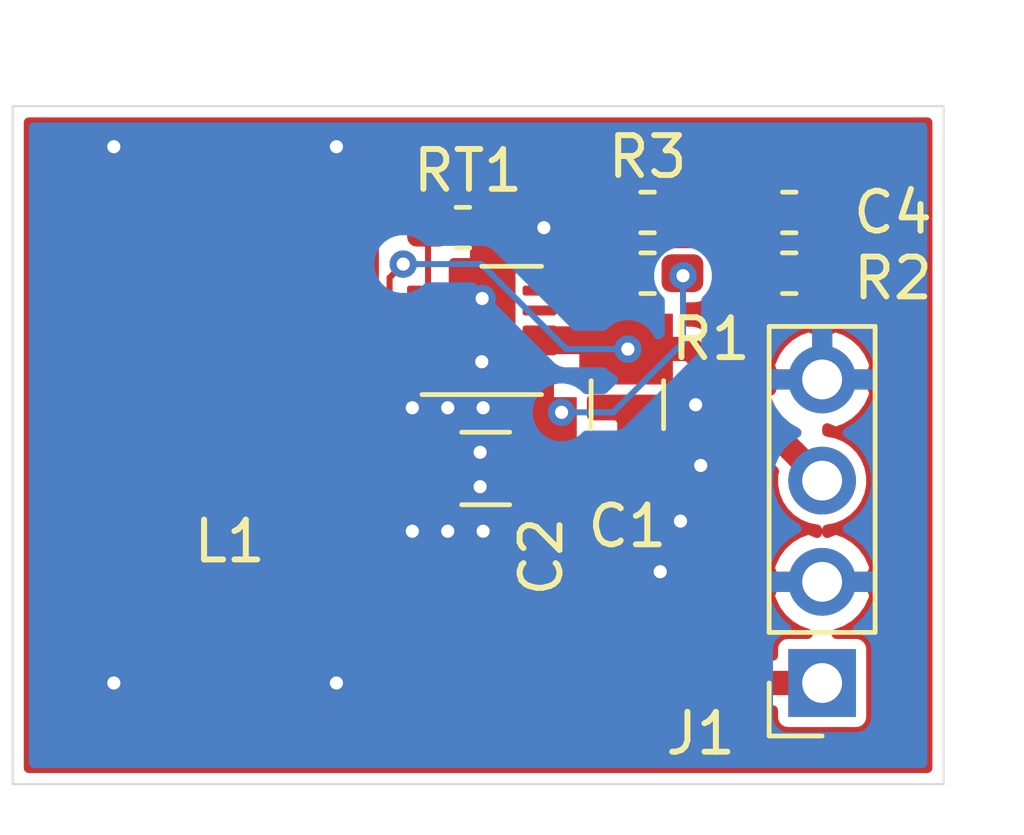
<source format=kicad_pcb>
(kicad_pcb (version 20171130) (host pcbnew 5.1.6-c6e7f7d~87~ubuntu18.04.1)

  (general
    (thickness 1.6)
    (drawings 4)
    (tracks 66)
    (zones 0)
    (modules 10)
    (nets 9)
  )

  (page A4)
  (layers
    (0 F.Cu signal)
    (31 B.Cu signal)
    (32 B.Adhes user)
    (33 F.Adhes user)
    (34 B.Paste user)
    (35 F.Paste user)
    (36 B.SilkS user)
    (37 F.SilkS user)
    (38 B.Mask user)
    (39 F.Mask user)
    (40 Dwgs.User user hide)
    (41 Cmts.User user)
    (42 Eco1.User user)
    (43 Eco2.User user)
    (44 Edge.Cuts user)
    (45 Margin user)
    (46 B.CrtYd user)
    (47 F.CrtYd user)
    (48 B.Fab user)
    (49 F.Fab user hide)
  )

  (setup
    (last_trace_width 0.1524)
    (user_trace_width 0.3048)
    (user_trace_width 0.6096)
    (trace_clearance 0.1524)
    (zone_clearance 0.127)
    (zone_45_only no)
    (trace_min 0.1524)
    (via_size 0.6858)
    (via_drill 0.3302)
    (via_min_size 0.6858)
    (via_min_drill 0.3302)
    (uvia_size 0.3)
    (uvia_drill 0.1)
    (uvias_allowed no)
    (uvia_min_size 0.2)
    (uvia_min_drill 0.1)
    (edge_width 0.05)
    (segment_width 0.2)
    (pcb_text_width 0.3)
    (pcb_text_size 1.5 1.5)
    (mod_edge_width 0.12)
    (mod_text_size 1 1)
    (mod_text_width 0.15)
    (pad_size 1.524 1.524)
    (pad_drill 0.762)
    (pad_to_mask_clearance 0.0508)
    (aux_axis_origin 0 0)
    (visible_elements FFFFFF7F)
    (pcbplotparams
      (layerselection 0x010fc_ffffffff)
      (usegerberextensions false)
      (usegerberattributes true)
      (usegerberadvancedattributes true)
      (creategerberjobfile true)
      (excludeedgelayer true)
      (linewidth 0.100000)
      (plotframeref false)
      (viasonmask false)
      (mode 1)
      (useauxorigin false)
      (hpglpennumber 1)
      (hpglpenspeed 20)
      (hpglpendiameter 15.000000)
      (psnegative false)
      (psa4output false)
      (plotreference true)
      (plotvalue true)
      (plotinvisibletext false)
      (padsonsilk false)
      (subtractmaskfromsilk false)
      (outputformat 1)
      (mirror false)
      (drillshape 1)
      (scaleselection 1)
      (outputdirectory ""))
  )

  (net 0 "")
  (net 1 +BATT)
  (net 2 GND)
  (net 3 +3V3)
  (net 4 "Net-(C4-Pad2)")
  (net 5 "Net-(C4-Pad1)")
  (net 6 "Net-(L1-Pad1)")
  (net 7 "Net-(R3-Pad2)")
  (net 8 "Net-(RT1-Pad1)")

  (net_class Default "This is the default net class."
    (clearance 0.1524)
    (trace_width 0.1524)
    (via_dia 0.6858)
    (via_drill 0.3302)
    (uvia_dia 0.3)
    (uvia_drill 0.1)
    (add_net +3V3)
    (add_net +BATT)
    (add_net GND)
    (add_net "Net-(C4-Pad1)")
    (add_net "Net-(C4-Pad2)")
    (add_net "Net-(L1-Pad1)")
    (add_net "Net-(R3-Pad2)")
    (add_net "Net-(RT1-Pad1)")
  )

  (module Connector_PinSocket_2.54mm:PinSocket_1x04_P2.54mm_Vertical (layer F.Cu) (tedit 5A19A429) (tstamp 5F6BA31A)
    (at 173.99 115.57 180)
    (descr "Through hole straight socket strip, 1x04, 2.54mm pitch, single row (from Kicad 4.0.7), script generated")
    (tags "Through hole socket strip THT 1x04 2.54mm single row")
    (path /5F76521E)
    (fp_text reference J1 (at 3.048 -1.27) (layer F.SilkS)
      (effects (font (size 1 1) (thickness 0.15)))
    )
    (fp_text value Conn_01x04 (at 0 10.39) (layer F.Fab)
      (effects (font (size 1 1) (thickness 0.15)))
    )
    (fp_line (start -1.27 -1.27) (end 0.635 -1.27) (layer F.Fab) (width 0.1))
    (fp_line (start 0.635 -1.27) (end 1.27 -0.635) (layer F.Fab) (width 0.1))
    (fp_line (start 1.27 -0.635) (end 1.27 8.89) (layer F.Fab) (width 0.1))
    (fp_line (start 1.27 8.89) (end -1.27 8.89) (layer F.Fab) (width 0.1))
    (fp_line (start -1.27 8.89) (end -1.27 -1.27) (layer F.Fab) (width 0.1))
    (fp_line (start -1.33 1.27) (end 1.33 1.27) (layer F.SilkS) (width 0.12))
    (fp_line (start -1.33 1.27) (end -1.33 8.95) (layer F.SilkS) (width 0.12))
    (fp_line (start -1.33 8.95) (end 1.33 8.95) (layer F.SilkS) (width 0.12))
    (fp_line (start 1.33 1.27) (end 1.33 8.95) (layer F.SilkS) (width 0.12))
    (fp_line (start 1.33 -1.33) (end 1.33 0) (layer F.SilkS) (width 0.12))
    (fp_line (start 0 -1.33) (end 1.33 -1.33) (layer F.SilkS) (width 0.12))
    (fp_line (start -1.8 -1.8) (end 1.75 -1.8) (layer F.CrtYd) (width 0.05))
    (fp_line (start 1.75 -1.8) (end 1.75 9.4) (layer F.CrtYd) (width 0.05))
    (fp_line (start 1.75 9.4) (end -1.8 9.4) (layer F.CrtYd) (width 0.05))
    (fp_line (start -1.8 9.4) (end -1.8 -1.8) (layer F.CrtYd) (width 0.05))
    (fp_text user %R (at 0 3.81 90) (layer F.Fab)
      (effects (font (size 1 1) (thickness 0.15)))
    )
    (pad 4 thru_hole oval (at 0 7.62 180) (size 1.7 1.7) (drill 1) (layers *.Cu *.Mask)
      (net 2 GND))
    (pad 3 thru_hole oval (at 0 5.08 180) (size 1.7 1.7) (drill 1) (layers *.Cu *.Mask)
      (net 1 +BATT))
    (pad 2 thru_hole oval (at 0 2.54 180) (size 1.7 1.7) (drill 1) (layers *.Cu *.Mask)
      (net 2 GND))
    (pad 1 thru_hole rect (at 0 0 180) (size 1.7 1.7) (drill 1) (layers *.Cu *.Mask)
      (net 3 +3V3))
    (model ${KISYS3DMOD}/Connector_PinSocket_2.54mm.3dshapes/PinSocket_1x04_P2.54mm_Vertical.wrl
      (at (xyz 0 0 0))
      (scale (xyz 1 1 1))
      (rotate (xyz 0 0 0))
    )
  )

  (module Package_DFN_QFN:DFN-10-1EP_3x3mm_P0.5mm_EP1.65x2.38mm (layer F.Cu) (tedit 5DC5F54E) (tstamp 5F6B6F80)
    (at 165.4465 106.72)
    (descr "DFN, 10 Pin (https://www.analog.com/media/en/technical-documentation/data-sheets/3471fb.pdf#page=15), generated with kicad-footprint-generator ipc_noLead_generator.py")
    (tags "DFN NoLead")
    (path /5F6AED89)
    (attr smd)
    (fp_text reference U1 (at -2.3277 -6.136) (layer F.SilkS) hide
      (effects (font (size 1 1) (thickness 0.15)))
    )
    (fp_text value LTC3440EDD (at 0 2.45) (layer F.Fab)
      (effects (font (size 1 1) (thickness 0.15)))
    )
    (fp_line (start 0 -1.61) (end 1.5 -1.61) (layer F.SilkS) (width 0.12))
    (fp_line (start -1.5 1.61) (end 1.5 1.61) (layer F.SilkS) (width 0.12))
    (fp_line (start -0.75 -1.5) (end 1.5 -1.5) (layer F.Fab) (width 0.1))
    (fp_line (start 1.5 -1.5) (end 1.5 1.5) (layer F.Fab) (width 0.1))
    (fp_line (start 1.5 1.5) (end -1.5 1.5) (layer F.Fab) (width 0.1))
    (fp_line (start -1.5 1.5) (end -1.5 -0.75) (layer F.Fab) (width 0.1))
    (fp_line (start -1.5 -0.75) (end -0.75 -1.5) (layer F.Fab) (width 0.1))
    (fp_line (start -2.12 -1.75) (end -2.12 1.75) (layer F.CrtYd) (width 0.05))
    (fp_line (start -2.12 1.75) (end 2.12 1.75) (layer F.CrtYd) (width 0.05))
    (fp_line (start 2.12 1.75) (end 2.12 -1.75) (layer F.CrtYd) (width 0.05))
    (fp_line (start 2.12 -1.75) (end -2.12 -1.75) (layer F.CrtYd) (width 0.05))
    (fp_text user %R (at 0 0) (layer F.Fab)
      (effects (font (size 0.75 0.75) (thickness 0.11)))
    )
    (pad "" smd roundrect (at 0.41 0.595) (size 0.67 0.96) (layers F.Paste) (roundrect_rratio 0.25))
    (pad "" smd roundrect (at 0.41 -0.595) (size 0.67 0.96) (layers F.Paste) (roundrect_rratio 0.25))
    (pad "" smd roundrect (at -0.41 0.595) (size 0.67 0.96) (layers F.Paste) (roundrect_rratio 0.25))
    (pad "" smd roundrect (at -0.41 -0.595) (size 0.67 0.96) (layers F.Paste) (roundrect_rratio 0.25))
    (pad 11 smd rect (at 0 0) (size 1.65 2.38) (layers F.Cu F.Mask)
      (net 2 GND))
    (pad 10 smd roundrect (at 1.45 -1) (size 0.85 0.25) (layers F.Cu F.Paste F.Mask) (roundrect_rratio 0.25)
      (net 7 "Net-(R3-Pad2)"))
    (pad 9 smd roundrect (at 1.45 -0.5) (size 0.85 0.25) (layers F.Cu F.Paste F.Mask) (roundrect_rratio 0.25)
      (net 4 "Net-(C4-Pad2)"))
    (pad 8 smd roundrect (at 1.45 0) (size 0.85 0.25) (layers F.Cu F.Paste F.Mask) (roundrect_rratio 0.25)
      (net 1 +BATT))
    (pad 7 smd roundrect (at 1.45 0.5) (size 0.85 0.25) (layers F.Cu F.Paste F.Mask) (roundrect_rratio 0.25)
      (net 1 +BATT))
    (pad 6 smd roundrect (at 1.45 1) (size 0.85 0.25) (layers F.Cu F.Paste F.Mask) (roundrect_rratio 0.25)
      (net 3 +3V3))
    (pad 5 smd roundrect (at -1.45 1) (size 0.85 0.25) (layers F.Cu F.Paste F.Mask) (roundrect_rratio 0.25)
      (net 2 GND))
    (pad 4 smd roundrect (at -1.45 0.5) (size 0.85 0.25) (layers F.Cu F.Paste F.Mask) (roundrect_rratio 0.25)
      (net 3 +3V3))
    (pad 3 smd roundrect (at -1.45 0) (size 0.85 0.25) (layers F.Cu F.Paste F.Mask) (roundrect_rratio 0.25)
      (net 6 "Net-(L1-Pad1)"))
    (pad 2 smd roundrect (at -1.45 -0.5) (size 0.85 0.25) (layers F.Cu F.Paste F.Mask) (roundrect_rratio 0.25)
      (net 1 +BATT))
    (pad 1 smd roundrect (at -1.45 -1) (size 0.85 0.25) (layers F.Cu F.Paste F.Mask) (roundrect_rratio 0.25)
      (net 8 "Net-(RT1-Pad1)"))
    (model ${KISYS3DMOD}/Package_DFN_QFN.3dshapes/DFN-10-1EP_3x3mm_P0.5mm_EP1.65x2.38mm.wrl
      (at (xyz 0 0 0))
      (scale (xyz 1 1 1))
      (rotate (xyz 0 0 0))
    )
    (model ${KISYS3DMOD}/Package_DFN_QFN.3dshapes/DFN-10-1EP_3x3mm_P0.5mm_EP1.55x2.48mm.step
      (at (xyz 0 0 0))
      (scale (xyz 1 1 1))
      (rotate (xyz 0 0 0))
    )
  )

  (module Resistor_SMD:R_0603_1608Metric_Pad1.05x0.95mm_HandSolder (layer F.Cu) (tedit 5B301BBD) (tstamp 5F6B6E43)
    (at 164.973 104.14)
    (descr "Resistor SMD 0603 (1608 Metric), square (rectangular) end terminal, IPC_7351 nominal with elongated pad for handsoldering. (Body size source: http://www.tortai-tech.com/upload/download/2011102023233369053.pdf), generated with kicad-footprint-generator")
    (tags "resistor handsolder")
    (path /5F6B5037)
    (attr smd)
    (fp_text reference RT1 (at 0.127 -1.43) (layer F.SilkS)
      (effects (font (size 1 1) (thickness 0.15)))
    )
    (fp_text value 60.4k (at 0 1.43) (layer F.Fab)
      (effects (font (size 1 1) (thickness 0.15)))
    )
    (fp_line (start -0.8 0.4) (end -0.8 -0.4) (layer F.Fab) (width 0.1))
    (fp_line (start -0.8 -0.4) (end 0.8 -0.4) (layer F.Fab) (width 0.1))
    (fp_line (start 0.8 -0.4) (end 0.8 0.4) (layer F.Fab) (width 0.1))
    (fp_line (start 0.8 0.4) (end -0.8 0.4) (layer F.Fab) (width 0.1))
    (fp_line (start -0.171267 -0.51) (end 0.171267 -0.51) (layer F.SilkS) (width 0.12))
    (fp_line (start -0.171267 0.51) (end 0.171267 0.51) (layer F.SilkS) (width 0.12))
    (fp_line (start -1.65 0.73) (end -1.65 -0.73) (layer F.CrtYd) (width 0.05))
    (fp_line (start -1.65 -0.73) (end 1.65 -0.73) (layer F.CrtYd) (width 0.05))
    (fp_line (start 1.65 -0.73) (end 1.65 0.73) (layer F.CrtYd) (width 0.05))
    (fp_line (start 1.65 0.73) (end -1.65 0.73) (layer F.CrtYd) (width 0.05))
    (fp_text user %R (at 0 0) (layer F.Fab)
      (effects (font (size 0.4 0.4) (thickness 0.06)))
    )
    (pad 2 smd roundrect (at 0.875 0) (size 1.05 0.95) (layers F.Cu F.Paste F.Mask) (roundrect_rratio 0.25)
      (net 2 GND))
    (pad 1 smd roundrect (at -0.875 0) (size 1.05 0.95) (layers F.Cu F.Paste F.Mask) (roundrect_rratio 0.25)
      (net 8 "Net-(RT1-Pad1)"))
    (model ${KISYS3DMOD}/Resistor_SMD.3dshapes/R_0603_1608Metric.wrl
      (at (xyz 0 0 0))
      (scale (xyz 1 1 1))
      (rotate (xyz 0 0 0))
    )
  )

  (module Resistor_SMD:R_0603_1608Metric_Pad1.05x0.95mm_HandSolder (layer F.Cu) (tedit 5B301BBD) (tstamp 5F6B6FF0)
    (at 169.6085 103.759 180)
    (descr "Resistor SMD 0603 (1608 Metric), square (rectangular) end terminal, IPC_7351 nominal with elongated pad for handsoldering. (Body size source: http://www.tortai-tech.com/upload/download/2011102023233369053.pdf), generated with kicad-footprint-generator")
    (tags "resistor handsolder")
    (path /5F6B5F11)
    (attr smd)
    (fp_text reference R3 (at 0 1.397 180) (layer F.SilkS)
      (effects (font (size 1 1) (thickness 0.15)))
    )
    (fp_text value 15k (at 0 1.43) (layer F.Fab)
      (effects (font (size 1 1) (thickness 0.15)))
    )
    (fp_line (start -0.8 0.4) (end -0.8 -0.4) (layer F.Fab) (width 0.1))
    (fp_line (start -0.8 -0.4) (end 0.8 -0.4) (layer F.Fab) (width 0.1))
    (fp_line (start 0.8 -0.4) (end 0.8 0.4) (layer F.Fab) (width 0.1))
    (fp_line (start 0.8 0.4) (end -0.8 0.4) (layer F.Fab) (width 0.1))
    (fp_line (start -0.171267 -0.51) (end 0.171267 -0.51) (layer F.SilkS) (width 0.12))
    (fp_line (start -0.171267 0.51) (end 0.171267 0.51) (layer F.SilkS) (width 0.12))
    (fp_line (start -1.65 0.73) (end -1.65 -0.73) (layer F.CrtYd) (width 0.05))
    (fp_line (start -1.65 -0.73) (end 1.65 -0.73) (layer F.CrtYd) (width 0.05))
    (fp_line (start 1.65 -0.73) (end 1.65 0.73) (layer F.CrtYd) (width 0.05))
    (fp_line (start 1.65 0.73) (end -1.65 0.73) (layer F.CrtYd) (width 0.05))
    (fp_text user %R (at 0 0) (layer F.Fab)
      (effects (font (size 0.4 0.4) (thickness 0.06)))
    )
    (pad 2 smd roundrect (at 0.875 0 180) (size 1.05 0.95) (layers F.Cu F.Paste F.Mask) (roundrect_rratio 0.25)
      (net 7 "Net-(R3-Pad2)"))
    (pad 1 smd roundrect (at -0.875 0 180) (size 1.05 0.95) (layers F.Cu F.Paste F.Mask) (roundrect_rratio 0.25)
      (net 5 "Net-(C4-Pad1)"))
    (model ${KISYS3DMOD}/Resistor_SMD.3dshapes/R_0603_1608Metric.wrl
      (at (xyz 0 0 0))
      (scale (xyz 1 1 1))
      (rotate (xyz 0 0 0))
    )
  )

  (module Resistor_SMD:R_0603_1608Metric_Pad1.05x0.95mm_HandSolder (layer F.Cu) (tedit 5B301BBD) (tstamp 5F6B6EE2)
    (at 173.1645 105.283)
    (descr "Resistor SMD 0603 (1608 Metric), square (rectangular) end terminal, IPC_7351 nominal with elongated pad for handsoldering. (Body size source: http://www.tortai-tech.com/upload/download/2011102023233369053.pdf), generated with kicad-footprint-generator")
    (tags "resistor handsolder")
    (path /5F6B5CEC)
    (attr smd)
    (fp_text reference R2 (at 2.6035 0.127) (layer F.SilkS)
      (effects (font (size 1 1) (thickness 0.15)))
    )
    (fp_text value 200k (at 0 1.43) (layer F.Fab)
      (effects (font (size 1 1) (thickness 0.15)))
    )
    (fp_line (start -0.8 0.4) (end -0.8 -0.4) (layer F.Fab) (width 0.1))
    (fp_line (start -0.8 -0.4) (end 0.8 -0.4) (layer F.Fab) (width 0.1))
    (fp_line (start 0.8 -0.4) (end 0.8 0.4) (layer F.Fab) (width 0.1))
    (fp_line (start 0.8 0.4) (end -0.8 0.4) (layer F.Fab) (width 0.1))
    (fp_line (start -0.171267 -0.51) (end 0.171267 -0.51) (layer F.SilkS) (width 0.12))
    (fp_line (start -0.171267 0.51) (end 0.171267 0.51) (layer F.SilkS) (width 0.12))
    (fp_line (start -1.65 0.73) (end -1.65 -0.73) (layer F.CrtYd) (width 0.05))
    (fp_line (start -1.65 -0.73) (end 1.65 -0.73) (layer F.CrtYd) (width 0.05))
    (fp_line (start 1.65 -0.73) (end 1.65 0.73) (layer F.CrtYd) (width 0.05))
    (fp_line (start 1.65 0.73) (end -1.65 0.73) (layer F.CrtYd) (width 0.05))
    (fp_text user %R (at 0 0) (layer F.Fab)
      (effects (font (size 0.4 0.4) (thickness 0.06)))
    )
    (pad 2 smd roundrect (at 0.875 0) (size 1.05 0.95) (layers F.Cu F.Paste F.Mask) (roundrect_rratio 0.25)
      (net 2 GND))
    (pad 1 smd roundrect (at -0.875 0) (size 1.05 0.95) (layers F.Cu F.Paste F.Mask) (roundrect_rratio 0.25)
      (net 4 "Net-(C4-Pad2)"))
    (model ${KISYS3DMOD}/Resistor_SMD.3dshapes/R_0603_1608Metric.wrl
      (at (xyz 0 0 0))
      (scale (xyz 1 1 1))
      (rotate (xyz 0 0 0))
    )
  )

  (module Resistor_SMD:R_0603_1608Metric_Pad1.05x0.95mm_HandSolder (layer F.Cu) (tedit 5B301BBD) (tstamp 5F6B6EAF)
    (at 169.6085 105.283 180)
    (descr "Resistor SMD 0603 (1608 Metric), square (rectangular) end terminal, IPC_7351 nominal with elongated pad for handsoldering. (Body size source: http://www.tortai-tech.com/upload/download/2011102023233369053.pdf), generated with kicad-footprint-generator")
    (tags "resistor handsolder")
    (path /5F6B5492)
    (attr smd)
    (fp_text reference R1 (at -1.5875 -1.651 180) (layer F.SilkS)
      (effects (font (size 1 1) (thickness 0.15)))
    )
    (fp_text value 340k (at 0 1.43) (layer F.Fab)
      (effects (font (size 1 1) (thickness 0.15)))
    )
    (fp_line (start -0.8 0.4) (end -0.8 -0.4) (layer F.Fab) (width 0.1))
    (fp_line (start -0.8 -0.4) (end 0.8 -0.4) (layer F.Fab) (width 0.1))
    (fp_line (start 0.8 -0.4) (end 0.8 0.4) (layer F.Fab) (width 0.1))
    (fp_line (start 0.8 0.4) (end -0.8 0.4) (layer F.Fab) (width 0.1))
    (fp_line (start -0.171267 -0.51) (end 0.171267 -0.51) (layer F.SilkS) (width 0.12))
    (fp_line (start -0.171267 0.51) (end 0.171267 0.51) (layer F.SilkS) (width 0.12))
    (fp_line (start -1.65 0.73) (end -1.65 -0.73) (layer F.CrtYd) (width 0.05))
    (fp_line (start -1.65 -0.73) (end 1.65 -0.73) (layer F.CrtYd) (width 0.05))
    (fp_line (start 1.65 -0.73) (end 1.65 0.73) (layer F.CrtYd) (width 0.05))
    (fp_line (start 1.65 0.73) (end -1.65 0.73) (layer F.CrtYd) (width 0.05))
    (fp_text user %R (at 0 0) (layer F.Fab)
      (effects (font (size 0.4 0.4) (thickness 0.06)))
    )
    (pad 2 smd roundrect (at 0.875 0 180) (size 1.05 0.95) (layers F.Cu F.Paste F.Mask) (roundrect_rratio 0.25)
      (net 4 "Net-(C4-Pad2)"))
    (pad 1 smd roundrect (at -0.875 0 180) (size 1.05 0.95) (layers F.Cu F.Paste F.Mask) (roundrect_rratio 0.25)
      (net 3 +3V3))
    (model ${KISYS3DMOD}/Resistor_SMD.3dshapes/R_0603_1608Metric.wrl
      (at (xyz 0 0 0))
      (scale (xyz 1 1 1))
      (rotate (xyz 0 0 0))
    )
  )

  (module ltc3440:L_Sumida-CDRH6D38 (layer F.Cu) (tedit 5F6AF09D) (tstamp 5F6B6FC8)
    (at 159.0548 107.061 90)
    (path /5F6B38BC)
    (fp_text reference L1 (at -4.953 0.0635 180) (layer F.SilkS)
      (effects (font (size 1 1) (thickness 0.15)))
    )
    (fp_text value 10uH (at 0 -0.5 90) (layer F.Fab)
      (effects (font (size 1 1) (thickness 0.15)))
    )
    (fp_circle (center 0 0) (end 2.7 0) (layer F.Fab) (width 0.12))
    (fp_line (start -3.95 -3.95) (end 3.9 -3.95) (layer F.CrtYd) (width 0.12))
    (fp_line (start 3.9 3.95) (end 3.9 -3.95) (layer F.CrtYd) (width 0.12))
    (fp_line (start -3.95 3.95) (end 3.9 3.95) (layer F.CrtYd) (width 0.12))
    (fp_line (start -3.5 -3.8) (end 3.5 -3.8) (layer B.Paste) (width 0.12))
    (fp_line (start -3.95 3.95) (end -3.95 -3.95) (layer F.CrtYd) (width 0.12))
    (fp_line (start -3.5 3.8) (end 3.5 3.8) (layer B.Paste) (width 0.12))
    (pad 1 smd rect (at 2.325 0 90) (size 2.65 7.3) (layers F.Cu F.Paste F.Mask)
      (net 6 "Net-(L1-Pad1)"))
    (pad 2 smd rect (at -2.325 0 90) (size 2.65 7.3) (layers F.Cu F.Paste F.Mask)
      (net 3 +3V3))
    (model ${KIPRJMOD}/3d/L_Sumida-CDRH6D38NP_7_7_38.step
      (at (xyz 0 0 0))
      (scale (xyz 1 1 1))
      (rotate (xyz 0 0 0))
    )
  )

  (module Capacitor_SMD:C_0603_1608Metric_Pad1.05x0.95mm_HandSolder (layer F.Cu) (tedit 5B301BBE) (tstamp 5F6B6F12)
    (at 173.1645 103.759)
    (descr "Capacitor SMD 0603 (1608 Metric), square (rectangular) end terminal, IPC_7351 nominal with elongated pad for handsoldering. (Body size source: http://www.tortai-tech.com/upload/download/2011102023233369053.pdf), generated with kicad-footprint-generator")
    (tags "capacitor handsolder")
    (path /5F6B726C)
    (attr smd)
    (fp_text reference C4 (at 2.6035 0) (layer F.SilkS)
      (effects (font (size 1 1) (thickness 0.15)))
    )
    (fp_text value 150pF (at 0 1.43) (layer F.Fab)
      (effects (font (size 1 1) (thickness 0.15)))
    )
    (fp_line (start -0.8 0.4) (end -0.8 -0.4) (layer F.Fab) (width 0.1))
    (fp_line (start -0.8 -0.4) (end 0.8 -0.4) (layer F.Fab) (width 0.1))
    (fp_line (start 0.8 -0.4) (end 0.8 0.4) (layer F.Fab) (width 0.1))
    (fp_line (start 0.8 0.4) (end -0.8 0.4) (layer F.Fab) (width 0.1))
    (fp_line (start -0.171267 -0.51) (end 0.171267 -0.51) (layer F.SilkS) (width 0.12))
    (fp_line (start -0.171267 0.51) (end 0.171267 0.51) (layer F.SilkS) (width 0.12))
    (fp_line (start -1.65 0.73) (end -1.65 -0.73) (layer F.CrtYd) (width 0.05))
    (fp_line (start -1.65 -0.73) (end 1.65 -0.73) (layer F.CrtYd) (width 0.05))
    (fp_line (start 1.65 -0.73) (end 1.65 0.73) (layer F.CrtYd) (width 0.05))
    (fp_line (start 1.65 0.73) (end -1.65 0.73) (layer F.CrtYd) (width 0.05))
    (fp_text user %R (at 0 0) (layer F.Fab)
      (effects (font (size 0.4 0.4) (thickness 0.06)))
    )
    (pad 2 smd roundrect (at 0.875 0) (size 1.05 0.95) (layers F.Cu F.Paste F.Mask) (roundrect_rratio 0.25)
      (net 4 "Net-(C4-Pad2)"))
    (pad 1 smd roundrect (at -0.875 0) (size 1.05 0.95) (layers F.Cu F.Paste F.Mask) (roundrect_rratio 0.25)
      (net 5 "Net-(C4-Pad1)"))
    (model ${KISYS3DMOD}/Capacitor_SMD.3dshapes/C_0603_1608Metric.wrl
      (at (xyz 0 0 0))
      (scale (xyz 1 1 1))
      (rotate (xyz 0 0 0))
    )
  )

  (module Capacitor_SMD:C_1206_3216Metric (layer F.Cu) (tedit 5B301BBE) (tstamp 5F6B6E7F)
    (at 165.5445 110.1852 180)
    (descr "Capacitor SMD 1206 (3216 Metric), square (rectangular) end terminal, IPC_7351 nominal, (Body size source: http://www.tortai-tech.com/upload/download/2011102023233369053.pdf), generated with kicad-footprint-generator")
    (tags capacitor)
    (path /5F6B6FD3)
    (attr smd)
    (fp_text reference C2 (at -1.397 -2.2098 90) (layer F.SilkS)
      (effects (font (size 1 1) (thickness 0.15)))
    )
    (fp_text value 22uF (at 0 1.82) (layer F.Fab)
      (effects (font (size 1 1) (thickness 0.15)))
    )
    (fp_line (start -1.6 0.8) (end -1.6 -0.8) (layer F.Fab) (width 0.1))
    (fp_line (start -1.6 -0.8) (end 1.6 -0.8) (layer F.Fab) (width 0.1))
    (fp_line (start 1.6 -0.8) (end 1.6 0.8) (layer F.Fab) (width 0.1))
    (fp_line (start 1.6 0.8) (end -1.6 0.8) (layer F.Fab) (width 0.1))
    (fp_line (start -0.602064 -0.91) (end 0.602064 -0.91) (layer F.SilkS) (width 0.12))
    (fp_line (start -0.602064 0.91) (end 0.602064 0.91) (layer F.SilkS) (width 0.12))
    (fp_line (start -2.28 1.12) (end -2.28 -1.12) (layer F.CrtYd) (width 0.05))
    (fp_line (start -2.28 -1.12) (end 2.28 -1.12) (layer F.CrtYd) (width 0.05))
    (fp_line (start 2.28 -1.12) (end 2.28 1.12) (layer F.CrtYd) (width 0.05))
    (fp_line (start 2.28 1.12) (end -2.28 1.12) (layer F.CrtYd) (width 0.05))
    (fp_text user %R (at 0 0) (layer F.Fab)
      (effects (font (size 0.8 0.8) (thickness 0.12)))
    )
    (pad 2 smd roundrect (at 1.4 0 180) (size 1.25 1.75) (layers F.Cu F.Paste F.Mask) (roundrect_rratio 0.2)
      (net 2 GND))
    (pad 1 smd roundrect (at -1.4 0 180) (size 1.25 1.75) (layers F.Cu F.Paste F.Mask) (roundrect_rratio 0.2)
      (net 3 +3V3))
    (model ${KISYS3DMOD}/Capacitor_SMD.3dshapes/C_1206_3216Metric.wrl
      (at (xyz 0 0 0))
      (scale (xyz 1 1 1))
      (rotate (xyz 0 0 0))
    )
  )

  (module Capacitor_SMD:C_1206_3216Metric (layer F.Cu) (tedit 5B301BBE) (tstamp 5F6B6F42)
    (at 169.1005 108.585 90)
    (descr "Capacitor SMD 1206 (3216 Metric), square (rectangular) end terminal, IPC_7351 nominal, (Body size source: http://www.tortai-tech.com/upload/download/2011102023233369053.pdf), generated with kicad-footprint-generator")
    (tags capacitor)
    (path /5F6B880E)
    (attr smd)
    (fp_text reference C1 (at -3.048 0 180) (layer F.SilkS)
      (effects (font (size 1 1) (thickness 0.15)))
    )
    (fp_text value 10uF (at 0 1.82 90) (layer F.Fab)
      (effects (font (size 1 1) (thickness 0.15)))
    )
    (fp_line (start -1.6 0.8) (end -1.6 -0.8) (layer F.Fab) (width 0.1))
    (fp_line (start -1.6 -0.8) (end 1.6 -0.8) (layer F.Fab) (width 0.1))
    (fp_line (start 1.6 -0.8) (end 1.6 0.8) (layer F.Fab) (width 0.1))
    (fp_line (start 1.6 0.8) (end -1.6 0.8) (layer F.Fab) (width 0.1))
    (fp_line (start -0.602064 -0.91) (end 0.602064 -0.91) (layer F.SilkS) (width 0.12))
    (fp_line (start -0.602064 0.91) (end 0.602064 0.91) (layer F.SilkS) (width 0.12))
    (fp_line (start -2.28 1.12) (end -2.28 -1.12) (layer F.CrtYd) (width 0.05))
    (fp_line (start -2.28 -1.12) (end 2.28 -1.12) (layer F.CrtYd) (width 0.05))
    (fp_line (start 2.28 -1.12) (end 2.28 1.12) (layer F.CrtYd) (width 0.05))
    (fp_line (start 2.28 1.12) (end -2.28 1.12) (layer F.CrtYd) (width 0.05))
    (fp_text user %R (at 0 0 90) (layer F.Fab)
      (effects (font (size 0.8 0.8) (thickness 0.12)))
    )
    (pad 2 smd roundrect (at 1.4 0 90) (size 1.25 1.75) (layers F.Cu F.Paste F.Mask) (roundrect_rratio 0.2)
      (net 1 +BATT))
    (pad 1 smd roundrect (at -1.4 0 90) (size 1.25 1.75) (layers F.Cu F.Paste F.Mask) (roundrect_rratio 0.2)
      (net 2 GND))
    (model ${KISYS3DMOD}/Capacitor_SMD.3dshapes/C_1206_3216Metric.wrl
      (at (xyz 0 0 0))
      (scale (xyz 1 1 1))
      (rotate (xyz 0 0 0))
    )
  )

  (gr_line (start 153.67 118.11) (end 153.67 101.092) (layer Edge.Cuts) (width 0.05) (tstamp 5F6B6221))
  (gr_line (start 177.038 118.11) (end 153.67 118.11) (layer Edge.Cuts) (width 0.05) (tstamp 5F6B6E6A))
  (gr_line (start 177.038 101.092) (end 177.038 118.11) (layer Edge.Cuts) (width 0.05))
  (gr_line (start 153.67 101.092) (end 177.038 101.092) (layer Edge.Cuts) (width 0.05))

  (via (at 169.1132 107.188) (size 0.6858) (drill 0.3302) (layers F.Cu B.Cu) (net 1))
  (segment (start 170.685 107.185) (end 173.99 110.49) (width 0.6096) (layer F.Cu) (net 1))
  (segment (start 169.1005 107.185) (end 170.685 107.185) (width 0.6096) (layer F.Cu) (net 1))
  (via (at 165.4465 107.5055) (size 0.6858) (drill 0.3302) (layers F.Cu B.Cu) (net 2) (tstamp 5F6B7997))
  (via (at 169.926 112.776) (size 0.6858) (drill 0.3302) (layers F.Cu B.Cu) (net 2) (tstamp 5F6B7DD1))
  (segment (start 165.1536 106.22) (end 165.4556 105.918) (width 0.3048) (layer F.Cu) (net 2))
  (segment (start 165.4465 105.9271) (end 165.4556 105.918) (width 0.3048) (layer F.Cu) (net 2))
  (segment (start 165.848 105.5256) (end 165.4556 105.918) (width 0.3048) (layer F.Cu) (net 2))
  (segment (start 165.848 104.14) (end 165.848 105.5256) (width 0.3048) (layer F.Cu) (net 2))
  (via (at 170.942 110.109) (size 0.6858) (drill 0.3302) (layers F.Cu B.Cu) (net 2) (tstamp 5F6B7F7B))
  (via (at 165.4556 105.918) (size 0.6858) (drill 0.3302) (layers F.Cu B.Cu) (net 2) (tstamp 5F6B7A50))
  (segment (start 165.232 107.72) (end 165.4465 107.5055) (width 0.3048) (layer F.Cu) (net 2))
  (segment (start 163.9965 107.72) (end 165.232 107.72) (width 0.3048) (layer F.Cu) (net 2))
  (via (at 163.703 108.6612) (size 0.6858) (drill 0.3302) (layers F.Cu B.Cu) (net 2))
  (via (at 164.592 108.6612) (size 0.6858) (drill 0.3302) (layers F.Cu B.Cu) (net 2))
  (via (at 165.481 108.6612) (size 0.6858) (drill 0.3302) (layers F.Cu B.Cu) (net 2))
  (via (at 165.4048 109.7788) (size 0.6858) (drill 0.3302) (layers F.Cu B.Cu) (net 2))
  (via (at 165.4048 110.6424) (size 0.6858) (drill 0.3302) (layers F.Cu B.Cu) (net 2) (tstamp 5F6B88AE))
  (via (at 165.481 111.76) (size 0.6858) (drill 0.3302) (layers F.Cu B.Cu) (net 2) (tstamp 5F6B9130))
  (via (at 164.592 111.76) (size 0.6858) (drill 0.3302) (layers F.Cu B.Cu) (net 2) (tstamp 5F6B9143))
  (via (at 163.703 111.76) (size 0.6858) (drill 0.3302) (layers F.Cu B.Cu) (net 2) (tstamp 5F6B9146))
  (via (at 156.21 102.108) (size 0.6858) (drill 0.3302) (layers F.Cu B.Cu) (net 2) (tstamp 5F6B9363))
  (via (at 161.798 102.108) (size 0.6858) (drill 0.3302) (layers F.Cu B.Cu) (net 2) (tstamp 5F6B9365))
  (via (at 170.434 111.506) (size 0.6858) (drill 0.3302) (layers F.Cu B.Cu) (net 2) (tstamp 5F6B9759))
  (via (at 170.815 108.585) (size 0.6858) (drill 0.3302) (layers F.Cu B.Cu) (net 2) (tstamp 5F6B975B))
  (segment (start 170.818 109.985) (end 170.942 110.109) (width 0.6096) (layer F.Cu) (net 2))
  (segment (start 169.1005 109.985) (end 170.818 109.985) (width 0.6096) (layer F.Cu) (net 2))
  (via (at 161.798 115.57) (size 0.6858) (drill 0.3302) (layers F.Cu B.Cu) (net 2) (tstamp 5F6BACA9))
  (via (at 156.21 115.57) (size 0.6858) (drill 0.3302) (layers F.Cu B.Cu) (net 2) (tstamp 5F6BACAA))
  (segment (start 167.005 104.14) (end 165.848 104.14) (width 0.3048) (layer F.Cu) (net 2))
  (via (at 167.005 104.14) (size 0.6858) (drill 0.3302) (layers F.Cu B.Cu) (net 2))
  (via (at 163.4744 105.0544) (size 0.6858) (drill 0.3302) (layers F.Cu B.Cu) (net 1))
  (segment (start 163.131501 105.829101) (end 163.131501 105.397299) (width 0.1524) (layer F.Cu) (net 1))
  (segment (start 163.6474 106.345) (end 163.131501 105.829101) (width 0.1524) (layer F.Cu) (net 1))
  (segment (start 163.8715 106.345) (end 163.6474 106.345) (width 0.1524) (layer F.Cu) (net 1))
  (segment (start 163.131501 105.397299) (end 163.4744 105.0544) (width 0.1524) (layer F.Cu) (net 1))
  (segment (start 163.9965 106.22) (end 163.8715 106.345) (width 0.1524) (layer F.Cu) (net 1))
  (segment (start 167.571422 107.188) (end 169.1132 107.188) (width 0.1524) (layer B.Cu) (net 1))
  (segment (start 165.437822 105.0544) (end 167.571422 107.188) (width 0.1524) (layer B.Cu) (net 1))
  (segment (start 163.4744 105.0544) (end 165.437822 105.0544) (width 0.1524) (layer B.Cu) (net 1))
  (via (at 167.4495 108.7755) (size 0.6858) (drill 0.3302) (layers F.Cu B.Cu) (net 3))
  (via (at 170.4975 105.3465) (size 0.6858) (drill 0.3302) (layers F.Cu B.Cu) (net 3) (tstamp 5F6BA598))
  (segment (start 166.9445 111.0602) (end 171.4543 115.57) (width 0.6096) (layer F.Cu) (net 3))
  (segment (start 171.4543 115.57) (end 173.99 115.57) (width 0.6096) (layer F.Cu) (net 3))
  (segment (start 166.9445 110.1852) (end 166.9445 111.0602) (width 0.6096) (layer F.Cu) (net 3))
  (segment (start 168.7449 108.7755) (end 167.4495 108.7755) (width 0.1524) (layer B.Cu) (net 3))
  (segment (start 170.4975 105.3465) (end 170.4975 107.0229) (width 0.1524) (layer B.Cu) (net 3))
  (segment (start 170.4975 107.0229) (end 168.7449 108.7755) (width 0.1524) (layer B.Cu) (net 3))
  (segment (start 167.7965 106.22) (end 166.8965 106.22) (width 0.1524) (layer F.Cu) (net 4))
  (segment (start 168.7335 105.283) (end 167.7965 106.22) (width 0.1524) (layer F.Cu) (net 4))
  (segment (start 169.43711 104.57939) (end 168.7335 105.283) (width 0.1524) (layer F.Cu) (net 4))
  (segment (start 171.58589 104.57939) (end 169.43711 104.57939) (width 0.1524) (layer F.Cu) (net 4))
  (segment (start 172.2895 105.283) (end 171.58589 104.57939) (width 0.1524) (layer F.Cu) (net 4))
  (segment (start 173.228 104.648) (end 172.593 105.283) (width 0.1524) (layer F.Cu) (net 4))
  (segment (start 172.593 105.283) (end 172.2895 105.283) (width 0.1524) (layer F.Cu) (net 4))
  (segment (start 173.228 104.267) (end 173.228 104.648) (width 0.1524) (layer F.Cu) (net 4))
  (segment (start 174.0395 103.759) (end 173.736 103.759) (width 0.1524) (layer F.Cu) (net 4))
  (segment (start 173.736 103.759) (end 173.228 104.267) (width 0.1524) (layer F.Cu) (net 4))
  (segment (start 172.2895 103.759) (end 170.4835 103.759) (width 0.1524) (layer F.Cu) (net 5))
  (segment (start 166.8965 105.72) (end 167.33 105.72) (width 0.1524) (layer F.Cu) (net 7))
  (segment (start 167.33 105.72) (end 167.703501 105.346499) (width 0.1524) (layer F.Cu) (net 7))
  (segment (start 167.703501 105.346499) (end 167.703501 104.076499) (width 0.1524) (layer F.Cu) (net 7))
  (segment (start 168.021 103.759) (end 168.7335 103.759) (width 0.1524) (layer F.Cu) (net 7))
  (segment (start 167.703501 104.076499) (end 168.021 103.759) (width 0.1524) (layer F.Cu) (net 7))
  (segment (start 164.098 105.6185) (end 163.9965 105.72) (width 0.1524) (layer F.Cu) (net 8))
  (segment (start 164.098 104.14) (end 164.098 105.6185) (width 0.1524) (layer F.Cu) (net 8))

  (zone (net 2) (net_name GND) (layer F.Cu) (tstamp 5F6B6E67) (hatch edge 0.508)
    (connect_pads (clearance 0.254))
    (min_thickness 0.254)
    (fill yes (arc_segments 32) (thermal_gap 0.381) (thermal_bridge_width 0.508))
    (polygon
      (pts
        (xy 179.07 119.38) (xy 153.67 119.38) (xy 153.3525 98.425) (xy 178.7525 98.425)
      )
    )
    (filled_polygon
      (pts
        (xy 176.632001 117.704) (xy 154.076 117.704) (xy 154.076 103.124) (xy 154.8765 103.124) (xy 154.8765 106.807)
        (xy 154.883821 106.881329) (xy 154.905502 106.952802) (xy 154.912423 106.96575) (xy 154.905502 106.978698) (xy 154.883821 107.050171)
        (xy 154.8765 107.1245) (xy 154.8765 114.7445) (xy 154.883821 114.818829) (xy 154.905502 114.890302) (xy 154.94071 114.956172)
        (xy 154.988092 115.013908) (xy 155.045828 115.06129) (xy 155.111698 115.096498) (xy 155.183171 115.118179) (xy 155.2575 115.1255)
        (xy 167.8305 115.1255) (xy 167.904829 115.118179) (xy 167.976302 115.096498) (xy 168.042172 115.06129) (xy 168.099908 115.013908)
        (xy 168.14729 114.956172) (xy 168.182498 114.890302) (xy 168.204179 114.818829) (xy 168.2115 114.7445) (xy 168.2115 113.297067)
        (xy 170.945547 116.031115) (xy 170.96702 116.05728) (xy 170.993185 116.078753) (xy 170.993187 116.078755) (xy 171.071445 116.14298)
        (xy 171.071447 116.142981) (xy 171.190586 116.206662) (xy 171.31986 116.245877) (xy 171.420611 116.2558) (xy 171.42062 116.2558)
        (xy 171.454299 116.259117) (xy 171.487978 116.2558) (xy 172.757157 116.2558) (xy 172.757157 116.42) (xy 172.764513 116.494689)
        (xy 172.786299 116.566508) (xy 172.821678 116.632696) (xy 172.869289 116.690711) (xy 172.927304 116.738322) (xy 172.993492 116.773701)
        (xy 173.065311 116.795487) (xy 173.14 116.802843) (xy 174.84 116.802843) (xy 174.914689 116.795487) (xy 174.986508 116.773701)
        (xy 175.052696 116.738322) (xy 175.110711 116.690711) (xy 175.158322 116.632696) (xy 175.193701 116.566508) (xy 175.215487 116.494689)
        (xy 175.222843 116.42) (xy 175.222843 114.72) (xy 175.215487 114.645311) (xy 175.193701 114.573492) (xy 175.158322 114.507304)
        (xy 175.110711 114.449289) (xy 175.052696 114.401678) (xy 174.986508 114.366299) (xy 174.914689 114.344513) (xy 174.84 114.337157)
        (xy 174.34999 114.337157) (xy 174.577119 114.254529) (xy 174.804731 114.116459) (xy 175.001034 113.936637) (xy 175.158483 113.721973)
        (xy 175.271028 113.480717) (xy 175.305535 113.366943) (xy 175.214431 113.157) (xy 174.117 113.157) (xy 174.117 113.177)
        (xy 173.863 113.177) (xy 173.863 113.157) (xy 172.765569 113.157) (xy 172.674465 113.366943) (xy 172.708972 113.480717)
        (xy 172.821517 113.721973) (xy 172.978966 113.936637) (xy 173.175269 114.116459) (xy 173.402881 114.254529) (xy 173.63001 114.337157)
        (xy 173.14 114.337157) (xy 173.065311 114.344513) (xy 172.993492 114.366299) (xy 172.927304 114.401678) (xy 172.869289 114.449289)
        (xy 172.821678 114.507304) (xy 172.786299 114.573492) (xy 172.764513 114.645311) (xy 172.757157 114.72) (xy 172.757157 114.8842)
        (xy 171.738368 114.8842) (xy 168.2115 111.357333) (xy 168.2115 111.119079) (xy 168.2255 111.120458) (xy 168.8465 111.118)
        (xy 168.9735 110.991) (xy 168.9735 110.112) (xy 169.2275 110.112) (xy 169.2275 110.991) (xy 169.3545 111.118)
        (xy 169.9755 111.120458) (xy 170.075085 111.11065) (xy 170.170844 111.081602) (xy 170.259095 111.03443) (xy 170.336448 110.970948)
        (xy 170.39993 110.893595) (xy 170.447102 110.805344) (xy 170.47615 110.709585) (xy 170.485958 110.61) (xy 170.4835 110.239)
        (xy 170.3565 110.112) (xy 169.2275 110.112) (xy 168.9735 110.112) (xy 168.9535 110.112) (xy 168.9535 109.858)
        (xy 168.9735 109.858) (xy 168.9735 108.979) (xy 169.2275 108.979) (xy 169.2275 109.858) (xy 170.3565 109.858)
        (xy 170.4835 109.731) (xy 170.485958 109.36) (xy 170.47615 109.260415) (xy 170.447102 109.164656) (xy 170.39993 109.076405)
        (xy 170.336448 108.999052) (xy 170.259095 108.93557) (xy 170.170844 108.888398) (xy 170.075085 108.85935) (xy 169.9755 108.849542)
        (xy 169.3545 108.852) (xy 169.2275 108.979) (xy 168.9735 108.979) (xy 168.8465 108.852) (xy 168.2255 108.849542)
        (xy 168.2115 108.850921) (xy 168.2115 108.458) (xy 170.2435 108.458) (xy 170.317829 108.450679) (xy 170.389302 108.428998)
        (xy 170.455172 108.39379) (xy 170.512908 108.346408) (xy 170.56029 108.288672) (xy 170.595498 108.222802) (xy 170.617179 108.151329)
        (xy 170.622943 108.09281) (xy 172.782209 110.252076) (xy 172.759 110.368757) (xy 172.759 110.611243) (xy 172.806307 110.849069)
        (xy 172.899102 111.073097) (xy 173.03382 111.274717) (xy 173.205283 111.44618) (xy 173.406903 111.580898) (xy 173.630931 111.673693)
        (xy 173.862998 111.719854) (xy 173.862998 111.804945) (xy 173.653056 111.714459) (xy 173.402881 111.805471) (xy 173.175269 111.943541)
        (xy 172.978966 112.123363) (xy 172.821517 112.338027) (xy 172.708972 112.579283) (xy 172.674465 112.693057) (xy 172.765569 112.903)
        (xy 173.863 112.903) (xy 173.863 112.883) (xy 174.117 112.883) (xy 174.117 112.903) (xy 175.214431 112.903)
        (xy 175.305535 112.693057) (xy 175.271028 112.579283) (xy 175.158483 112.338027) (xy 175.001034 112.123363) (xy 174.804731 111.943541)
        (xy 174.577119 111.805471) (xy 174.326944 111.714459) (xy 174.117002 111.804945) (xy 174.117002 111.719854) (xy 174.349069 111.673693)
        (xy 174.573097 111.580898) (xy 174.774717 111.44618) (xy 174.94618 111.274717) (xy 175.080898 111.073097) (xy 175.173693 110.849069)
        (xy 175.221 110.611243) (xy 175.221 110.368757) (xy 175.173693 110.130931) (xy 175.080898 109.906903) (xy 174.94618 109.705283)
        (xy 174.774717 109.53382) (xy 174.573097 109.399102) (xy 174.349069 109.306307) (xy 174.117002 109.260146) (xy 174.117002 109.175055)
        (xy 174.326944 109.265541) (xy 174.577119 109.174529) (xy 174.804731 109.036459) (xy 175.001034 108.856637) (xy 175.158483 108.641973)
        (xy 175.271028 108.400717) (xy 175.305535 108.286943) (xy 175.214431 108.077) (xy 174.117 108.077) (xy 174.117 108.097)
        (xy 173.863 108.097) (xy 173.863 108.077) (xy 172.765569 108.077) (xy 172.699385 108.229518) (xy 172.082924 107.613057)
        (xy 172.674465 107.613057) (xy 172.765569 107.823) (xy 173.863 107.823) (xy 173.863 106.724946) (xy 174.117 106.724946)
        (xy 174.117 107.823) (xy 175.214431 107.823) (xy 175.305535 107.613057) (xy 175.271028 107.499283) (xy 175.158483 107.258027)
        (xy 175.001034 107.043363) (xy 174.804731 106.863541) (xy 174.577119 106.725471) (xy 174.326944 106.634459) (xy 174.117 106.724946)
        (xy 173.863 106.724946) (xy 173.653056 106.634459) (xy 173.402881 106.725471) (xy 173.175269 106.863541) (xy 172.978966 107.043363)
        (xy 172.821517 107.258027) (xy 172.708972 107.499283) (xy 172.674465 107.613057) (xy 172.082924 107.613057) (xy 171.193758 106.723891)
        (xy 171.17228 106.69772) (xy 171.067853 106.612019) (xy 170.948714 106.548338) (xy 170.81944 106.509123) (xy 170.718689 106.4992)
        (xy 170.718679 106.4992) (xy 170.685 106.495883) (xy 170.651321 106.4992) (xy 170.6245 106.4992) (xy 170.6245 106.299)
        (xy 170.617179 106.224671) (xy 170.595498 106.153198) (xy 170.588894 106.140843) (xy 170.771 106.140843) (xy 170.892023 106.128923)
        (xy 171.008395 106.093622) (xy 171.115644 106.036296) (xy 171.209649 105.959149) (xy 171.286796 105.865144) (xy 171.344122 105.757895)
        (xy 171.379423 105.641523) (xy 171.3865 105.569671) (xy 171.393577 105.641523) (xy 171.428878 105.757895) (xy 171.486204 105.865144)
        (xy 171.563351 105.959149) (xy 171.657356 106.036296) (xy 171.764605 106.093622) (xy 171.880977 106.128923) (xy 172.002 106.140843)
        (xy 172.577 106.140843) (xy 172.698023 106.128923) (xy 172.814395 106.093622) (xy 172.921644 106.036296) (xy 173.015649 105.959149)
        (xy 173.03683 105.93334) (xy 173.042898 105.953344) (xy 173.09007 106.041595) (xy 173.153552 106.118948) (xy 173.230905 106.18243)
        (xy 173.319156 106.229602) (xy 173.414915 106.25865) (xy 173.5145 106.268458) (xy 173.7855 106.266) (xy 173.9125 106.139)
        (xy 173.9125 105.41) (xy 174.1665 105.41) (xy 174.1665 106.139) (xy 174.2935 106.266) (xy 174.5645 106.268458)
        (xy 174.664085 106.25865) (xy 174.759844 106.229602) (xy 174.848095 106.18243) (xy 174.925448 106.118948) (xy 174.98893 106.041595)
        (xy 175.036102 105.953344) (xy 175.06515 105.857585) (xy 175.074958 105.758) (xy 175.0725 105.537) (xy 174.9455 105.41)
        (xy 174.1665 105.41) (xy 173.9125 105.41) (xy 173.8925 105.41) (xy 173.8925 105.156) (xy 173.9125 105.156)
        (xy 173.9125 105.136) (xy 174.1665 105.136) (xy 174.1665 105.156) (xy 174.9455 105.156) (xy 175.0725 105.029)
        (xy 175.074958 104.808) (xy 175.06515 104.708415) (xy 175.036102 104.612656) (xy 174.98893 104.524405) (xy 174.925448 104.447052)
        (xy 174.848095 104.38357) (xy 174.82021 104.368665) (xy 174.842796 104.341144) (xy 174.900122 104.233895) (xy 174.935423 104.117523)
        (xy 174.947343 103.9965) (xy 174.947343 103.5215) (xy 174.935423 103.400477) (xy 174.900122 103.284105) (xy 174.842796 103.176856)
        (xy 174.765649 103.082851) (xy 174.671644 103.005704) (xy 174.564395 102.948378) (xy 174.448023 102.913077) (xy 174.327 102.901157)
        (xy 173.752 102.901157) (xy 173.630977 102.913077) (xy 173.514605 102.948378) (xy 173.407356 103.005704) (xy 173.313351 103.082851)
        (xy 173.236204 103.176856) (xy 173.178878 103.284105) (xy 173.1645 103.331503) (xy 173.150122 103.284105) (xy 173.092796 103.176856)
        (xy 173.015649 103.082851) (xy 172.921644 103.005704) (xy 172.814395 102.948378) (xy 172.698023 102.913077) (xy 172.577 102.901157)
        (xy 172.002 102.901157) (xy 171.880977 102.913077) (xy 171.764605 102.948378) (xy 171.657356 103.005704) (xy 171.563351 103.082851)
        (xy 171.486204 103.176856) (xy 171.428878 103.284105) (xy 171.42351 103.3018) (xy 171.34949 103.3018) (xy 171.344122 103.284105)
        (xy 171.286796 103.176856) (xy 171.209649 103.082851) (xy 171.115644 103.005704) (xy 171.008395 102.948378) (xy 170.892023 102.913077)
        (xy 170.771 102.901157) (xy 170.196 102.901157) (xy 170.074977 102.913077) (xy 169.958605 102.948378) (xy 169.851356 103.005704)
        (xy 169.757351 103.082851) (xy 169.680204 103.176856) (xy 169.622878 103.284105) (xy 169.6085 103.331503) (xy 169.594122 103.284105)
        (xy 169.536796 103.176856) (xy 169.459649 103.082851) (xy 169.365644 103.005704) (xy 169.258395 102.948378) (xy 169.142023 102.913077)
        (xy 169.021 102.901157) (xy 168.446 102.901157) (xy 168.324977 102.913077) (xy 168.208605 102.948378) (xy 168.101356 103.005704)
        (xy 168.007351 103.082851) (xy 167.930204 103.176856) (xy 167.872878 103.284105) (xy 167.858828 103.330422) (xy 167.845191 103.334559)
        (xy 167.808217 103.354322) (xy 167.765763 103.377013) (xy 167.737173 103.400477) (xy 167.696147 103.434147) (xy 167.68183 103.451592)
        (xy 167.513 103.620423) (xy 167.513 102.997) (xy 167.51056 102.972224) (xy 167.503333 102.948399) (xy 167.491597 102.926443)
        (xy 167.475803 102.907197) (xy 167.456557 102.891403) (xy 167.434601 102.879667) (xy 167.410776 102.87244) (xy 167.386 102.87)
        (xy 165.1508 102.87) (xy 165.126024 102.87244) (xy 165.102199 102.879667) (xy 165.080243 102.891403) (xy 165.060997 102.907197)
        (xy 165.045203 102.926443) (xy 165.033467 102.948399) (xy 165.02624 102.972224) (xy 165.0238 102.997) (xy 165.0238 103.253377)
        (xy 164.962052 103.304052) (xy 164.89857 103.381405) (xy 164.851398 103.469656) (xy 164.84533 103.48966) (xy 164.824149 103.463851)
        (xy 164.730144 103.386704) (xy 164.622895 103.329378) (xy 164.506523 103.294077) (xy 164.3855 103.282157) (xy 163.8105 103.282157)
        (xy 163.689477 103.294077) (xy 163.573105 103.329378) (xy 163.465856 103.386704) (xy 163.371851 103.463851) (xy 163.294704 103.557856)
        (xy 163.2458 103.649349) (xy 163.2458 103.124) (xy 163.238479 103.049671) (xy 163.216798 102.978198) (xy 163.18159 102.912328)
        (xy 163.134208 102.854592) (xy 163.076472 102.80721) (xy 163.010602 102.772002) (xy 162.939129 102.750321) (xy 162.8648 102.743)
        (xy 155.2575 102.743) (xy 155.183171 102.750321) (xy 155.111698 102.772002) (xy 155.045828 102.80721) (xy 154.988092 102.854592)
        (xy 154.94071 102.912328) (xy 154.905502 102.978198) (xy 154.883821 103.049671) (xy 154.8765 103.124) (xy 154.076 103.124)
        (xy 154.076 101.498) (xy 176.632 101.498)
      )
    )
  )
  (zone (net 2) (net_name GND) (layer B.Cu) (tstamp 5F6B6E64) (hatch edge 0.508)
    (connect_pads (clearance 0.381))
    (min_thickness 0.254)
    (fill yes (arc_segments 32) (thermal_gap 0.508) (thermal_bridge_width 0.508))
    (polygon
      (pts
        (xy 179.07 119.38) (xy 153.3525 119.38) (xy 153.3525 98.425) (xy 178.7525 98.425)
      )
    )
    (filled_polygon
      (pts
        (xy 176.505001 117.577) (xy 154.203 117.577) (xy 154.203 113.38689) (xy 172.548524 113.38689) (xy 172.593175 113.534099)
        (xy 172.718359 113.79692) (xy 172.892412 114.030269) (xy 173.096097 114.213867) (xy 173.040415 114.219351) (xy 172.944657 114.248399)
        (xy 172.856405 114.295571) (xy 172.779052 114.359052) (xy 172.715571 114.436405) (xy 172.668399 114.524657) (xy 172.639351 114.620415)
        (xy 172.629543 114.72) (xy 172.629543 116.42) (xy 172.639351 116.519585) (xy 172.668399 116.615343) (xy 172.715571 116.703595)
        (xy 172.779052 116.780948) (xy 172.856405 116.844429) (xy 172.944657 116.891601) (xy 173.040415 116.920649) (xy 173.14 116.930457)
        (xy 174.84 116.930457) (xy 174.939585 116.920649) (xy 175.035343 116.891601) (xy 175.123595 116.844429) (xy 175.200948 116.780948)
        (xy 175.264429 116.703595) (xy 175.311601 116.615343) (xy 175.340649 116.519585) (xy 175.350457 116.42) (xy 175.350457 114.72)
        (xy 175.340649 114.620415) (xy 175.311601 114.524657) (xy 175.264429 114.436405) (xy 175.200948 114.359052) (xy 175.123595 114.295571)
        (xy 175.035343 114.248399) (xy 174.939585 114.219351) (xy 174.883903 114.213867) (xy 175.087588 114.030269) (xy 175.261641 113.79692)
        (xy 175.386825 113.534099) (xy 175.431476 113.38689) (xy 175.310155 113.157) (xy 174.117 113.157) (xy 174.117 113.177)
        (xy 173.863 113.177) (xy 173.863 113.157) (xy 172.669845 113.157) (xy 172.548524 113.38689) (xy 154.203 113.38689)
        (xy 154.203 104.970594) (xy 162.6235 104.970594) (xy 162.6235 105.138206) (xy 162.6562 105.302598) (xy 162.720342 105.457452)
        (xy 162.813463 105.596817) (xy 162.931983 105.715337) (xy 163.071348 105.808458) (xy 163.226202 105.8726) (xy 163.390594 105.9053)
        (xy 163.558206 105.9053) (xy 163.722598 105.8726) (xy 163.877452 105.808458) (xy 164.016817 105.715337) (xy 164.093554 105.6386)
        (xy 165.195839 105.6386) (xy 167.138044 107.580806) (xy 167.156332 107.60309) (xy 167.178616 107.621378) (xy 167.178618 107.62138)
        (xy 167.198609 107.637785) (xy 167.245288 107.676094) (xy 167.346777 107.730341) (xy 167.423493 107.753612) (xy 167.456898 107.763746)
        (xy 167.467704 107.76481) (xy 167.54273 107.7722) (xy 167.542737 107.7722) (xy 167.571421 107.775025) (xy 167.600105 107.7722)
        (xy 168.494046 107.7722) (xy 168.570783 107.848937) (xy 168.710148 107.942058) (xy 168.739854 107.954363) (xy 168.502917 108.1913)
        (xy 168.068654 108.1913) (xy 167.991917 108.114563) (xy 167.852552 108.021442) (xy 167.697698 107.9573) (xy 167.533306 107.9246)
        (xy 167.365694 107.9246) (xy 167.201302 107.9573) (xy 167.046448 108.021442) (xy 166.907083 108.114563) (xy 166.788563 108.233083)
        (xy 166.695442 108.372448) (xy 166.6313 108.527302) (xy 166.5986 108.691694) (xy 166.5986 108.859306) (xy 166.6313 109.023698)
        (xy 166.695442 109.178552) (xy 166.788563 109.317917) (xy 166.907083 109.436437) (xy 167.046448 109.529558) (xy 167.201302 109.5937)
        (xy 167.365694 109.6264) (xy 167.533306 109.6264) (xy 167.697698 109.5937) (xy 167.852552 109.529558) (xy 167.991917 109.436437)
        (xy 168.068654 109.3597) (xy 168.716216 109.3597) (xy 168.7449 109.362525) (xy 168.773584 109.3597) (xy 168.773592 109.3597)
        (xy 168.859423 109.351246) (xy 168.969545 109.317841) (xy 169.071034 109.263594) (xy 169.15999 109.19059) (xy 169.178282 109.168301)
        (xy 170.039693 108.30689) (xy 172.548524 108.30689) (xy 172.593175 108.454099) (xy 172.718359 108.71692) (xy 172.892412 108.950269)
        (xy 173.108645 109.145178) (xy 173.346389 109.286795) (xy 173.124325 109.435172) (xy 172.935172 109.624325) (xy 172.786556 109.846746)
        (xy 172.684187 110.093886) (xy 172.632 110.356249) (xy 172.632 110.623751) (xy 172.684187 110.886114) (xy 172.786556 111.133254)
        (xy 172.935172 111.355675) (xy 173.124325 111.544828) (xy 173.346389 111.693205) (xy 173.108645 111.834822) (xy 172.892412 112.029731)
        (xy 172.718359 112.26308) (xy 172.593175 112.525901) (xy 172.548524 112.67311) (xy 172.669845 112.903) (xy 173.863 112.903)
        (xy 173.863 112.883) (xy 174.117 112.883) (xy 174.117 112.903) (xy 175.310155 112.903) (xy 175.431476 112.67311)
        (xy 175.386825 112.525901) (xy 175.261641 112.26308) (xy 175.087588 112.029731) (xy 174.871355 111.834822) (xy 174.633611 111.693205)
        (xy 174.855675 111.544828) (xy 175.044828 111.355675) (xy 175.193444 111.133254) (xy 175.295813 110.886114) (xy 175.348 110.623751)
        (xy 175.348 110.356249) (xy 175.295813 110.093886) (xy 175.193444 109.846746) (xy 175.044828 109.624325) (xy 174.855675 109.435172)
        (xy 174.633611 109.286795) (xy 174.871355 109.145178) (xy 175.087588 108.950269) (xy 175.261641 108.71692) (xy 175.386825 108.454099)
        (xy 175.431476 108.30689) (xy 175.310155 108.077) (xy 174.117 108.077) (xy 174.117 108.097) (xy 173.863 108.097)
        (xy 173.863 108.077) (xy 172.669845 108.077) (xy 172.548524 108.30689) (xy 170.039693 108.30689) (xy 170.753473 107.59311)
        (xy 172.548524 107.59311) (xy 172.669845 107.823) (xy 173.863 107.823) (xy 173.863 106.629186) (xy 174.117 106.629186)
        (xy 174.117 107.823) (xy 175.310155 107.823) (xy 175.431476 107.59311) (xy 175.386825 107.445901) (xy 175.261641 107.18308)
        (xy 175.087588 106.949731) (xy 174.871355 106.754822) (xy 174.621252 106.605843) (xy 174.346891 106.508519) (xy 174.117 106.629186)
        (xy 173.863 106.629186) (xy 173.633109 106.508519) (xy 173.358748 106.605843) (xy 173.108645 106.754822) (xy 172.892412 106.949731)
        (xy 172.718359 107.18308) (xy 172.593175 107.445901) (xy 172.548524 107.59311) (xy 170.753473 107.59311) (xy 170.890306 107.456278)
        (xy 170.91259 107.43799) (xy 170.985594 107.349034) (xy 171.039841 107.247545) (xy 171.073246 107.137423) (xy 171.0817 107.051592)
        (xy 171.084526 107.0229) (xy 171.0817 106.994208) (xy 171.0817 105.965654) (xy 171.158437 105.888917) (xy 171.251558 105.749552)
        (xy 171.3157 105.594698) (xy 171.3484 105.430306) (xy 171.3484 105.262694) (xy 171.3157 105.098302) (xy 171.251558 104.943448)
        (xy 171.158437 104.804083) (xy 171.039917 104.685563) (xy 170.900552 104.592442) (xy 170.745698 104.5283) (xy 170.581306 104.4956)
        (xy 170.413694 104.4956) (xy 170.249302 104.5283) (xy 170.094448 104.592442) (xy 169.955083 104.685563) (xy 169.836563 104.804083)
        (xy 169.743442 104.943448) (xy 169.6793 105.098302) (xy 169.6466 105.262694) (xy 169.6466 105.430306) (xy 169.6793 105.594698)
        (xy 169.743442 105.749552) (xy 169.836563 105.888917) (xy 169.9133 105.965654) (xy 169.913301 106.780915) (xy 169.879562 106.814654)
        (xy 169.867258 106.784948) (xy 169.774137 106.645583) (xy 169.655617 106.527063) (xy 169.516252 106.433942) (xy 169.361398 106.3698)
        (xy 169.197006 106.3371) (xy 169.029394 106.3371) (xy 168.865002 106.3698) (xy 168.710148 106.433942) (xy 168.570783 106.527063)
        (xy 168.494046 106.6038) (xy 167.813406 106.6038) (xy 165.871204 104.661599) (xy 165.852912 104.63931) (xy 165.763956 104.566306)
        (xy 165.662467 104.512059) (xy 165.552345 104.478654) (xy 165.466514 104.4702) (xy 165.466506 104.4702) (xy 165.437822 104.467375)
        (xy 165.409138 104.4702) (xy 164.093554 104.4702) (xy 164.016817 104.393463) (xy 163.877452 104.300342) (xy 163.722598 104.2362)
        (xy 163.558206 104.2035) (xy 163.390594 104.2035) (xy 163.226202 104.2362) (xy 163.071348 104.300342) (xy 162.931983 104.393463)
        (xy 162.813463 104.511983) (xy 162.720342 104.651348) (xy 162.6562 104.806202) (xy 162.6235 104.970594) (xy 154.203 104.970594)
        (xy 154.203 101.625) (xy 176.505 101.625)
      )
    )
  )
  (zone (net 6) (net_name "Net-(L1-Pad1)") (layer F.Cu) (tstamp 5F6B6ED0) (hatch edge 0.508)
    (priority 1)
    (connect_pads yes (clearance 0.127))
    (min_thickness 0.0254)
    (fill yes (arc_segments 32) (thermal_gap 0.508) (thermal_bridge_width 0.508))
    (polygon
      (pts
        (xy 162.8648 106.6165) (xy 164.338 106.6165) (xy 164.338 106.807) (xy 163.1315 106.807) (xy 155.2575 106.807)
        (xy 155.2575 103.124) (xy 162.8648 103.124)
      )
    )
    (filled_polygon
      (pts
        (xy 162.8521 106.6165) (xy 162.852344 106.618978) (xy 162.853067 106.62136) (xy 162.85424 106.623556) (xy 162.85582 106.62548)
        (xy 162.857744 106.62706) (xy 162.85994 106.628233) (xy 162.862322 106.628956) (xy 162.8648 106.6292) (xy 164.3253 106.6292)
        (xy 164.3253 106.7943) (xy 155.2702 106.7943) (xy 155.2702 103.1367) (xy 162.8521 103.1367)
      )
    )
  )
  (zone (net 1) (net_name +BATT) (layer F.Cu) (tstamp 5F6B6E6D) (hatch edge 0.508)
    (priority 1)
    (connect_pads yes (clearance 0.127))
    (min_thickness 0.0254)
    (fill yes (arc_segments 32) (thermal_gap 0.508) (thermal_bridge_width 0.508))
    (polygon
      (pts
        (xy 170.2435 108.077) (xy 167.894 108.077) (xy 167.894 107.315) (xy 166.5605 107.315) (xy 166.5605 106.6165)
        (xy 167.894 106.6165) (xy 167.894 106.299) (xy 170.2435 106.299)
      )
    )
    (filled_polygon
      (pts
        (xy 170.2308 108.0643) (xy 167.9067 108.0643) (xy 167.9067 107.315) (xy 167.906456 107.312522) (xy 167.905733 107.31014)
        (xy 167.90456 107.307944) (xy 167.90298 107.30602) (xy 167.901056 107.30444) (xy 167.89886 107.303267) (xy 167.896478 107.302544)
        (xy 167.894 107.3023) (xy 166.5732 107.3023) (xy 166.5732 106.6292) (xy 167.894 106.6292) (xy 167.896478 106.628956)
        (xy 167.89886 106.628233) (xy 167.901056 106.62706) (xy 167.90298 106.62548) (xy 167.90456 106.623556) (xy 167.905733 106.62136)
        (xy 167.906456 106.618978) (xy 167.9067 106.6165) (xy 167.9067 106.434703) (xy 167.931207 106.421604) (xy 167.96795 106.39145)
        (xy 167.975506 106.382243) (xy 168.046049 106.3117) (xy 170.2308 106.3117)
      )
    )
  )
  (zone (net 3) (net_name +3V3) (layer F.Cu) (tstamp 0) (hatch edge 0.508)
    (priority 1)
    (connect_pads yes (clearance 0.127))
    (min_thickness 0.0254)
    (fill yes (arc_segments 32) (thermal_gap 0.508) (thermal_bridge_width 0.508))
    (polygon
      (pts
        (xy 167.259 108.3945) (xy 167.8305 108.3945) (xy 167.8305 114.7445) (xy 166.116 114.7445) (xy 166.116 108.458)
        (xy 166.5605 108.458) (xy 166.5605 107.6325) (xy 167.259 107.6325)
      )
    )
    (filled_polygon
      (pts
        (xy 167.2463 108.3945) (xy 167.246544 108.396978) (xy 167.247267 108.39936) (xy 167.24844 108.401556) (xy 167.25002 108.40348)
        (xy 167.251944 108.40506) (xy 167.25414 108.406233) (xy 167.256522 108.406956) (xy 167.259 108.4072) (xy 167.8178 108.4072)
        (xy 167.8178 114.7318) (xy 166.1287 114.7318) (xy 166.1287 108.4707) (xy 166.5605 108.4707) (xy 166.562978 108.470456)
        (xy 166.56536 108.469733) (xy 166.567556 108.46856) (xy 166.56948 108.46698) (xy 166.57106 108.465056) (xy 166.572233 108.46286)
        (xy 166.572956 108.460478) (xy 166.5732 108.458) (xy 166.5732 107.6452) (xy 167.2463 107.6452)
      )
    )
  )
  (zone (net 3) (net_name +3V3) (layer F.Cu) (tstamp 0) (hatch edge 0.508)
    (priority 1)
    (connect_pads yes (clearance 0.127))
    (min_thickness 0.0254)
    (fill yes (arc_segments 32) (thermal_gap 0.508) (thermal_bridge_width 0.508))
    (polygon
      (pts
        (xy 164.338 107.315) (xy 163.068 107.315) (xy 163.068 114.7445) (xy 155.2575 114.7445) (xy 155.2575 107.1245)
        (xy 164.338 107.1245)
      )
    )
    (filled_polygon
      (pts
        (xy 164.3253 107.3023) (xy 163.068 107.3023) (xy 163.065522 107.302544) (xy 163.06314 107.303267) (xy 163.060944 107.30444)
        (xy 163.05902 107.30602) (xy 163.05744 107.307944) (xy 163.056267 107.31014) (xy 163.055544 107.312522) (xy 163.0553 107.315)
        (xy 163.0553 114.7318) (xy 155.2702 114.7318) (xy 155.2702 107.1372) (xy 164.3253 107.1372)
      )
    )
  )
  (zone (net 3) (net_name +3V3) (layer F.Cu) (tstamp 0) (hatch edge 0.508)
    (priority 1)
    (connect_pads yes (clearance 0.254))
    (min_thickness 0.254)
    (fill yes (arc_segments 32) (thermal_gap 0.381) (thermal_bridge_width 0.508))
    (polygon
      (pts
        (xy 166.624 114.7445) (xy 162.56 114.7445) (xy 162.56 112.649) (xy 166.624 112.649)
      )
    )
    (filled_polygon
      (pts
        (xy 166.497 114.6175) (xy 162.687 114.6175) (xy 162.687 112.776) (xy 166.497 112.776)
      )
    )
  )
  (zone (net 2) (net_name GND) (layer F.Cu) (tstamp 0) (hatch edge 0.508)
    (priority 1)
    (connect_pads yes (clearance 0.127))
    (min_thickness 0.254)
    (fill yes (arc_segments 32) (thermal_gap 0.508) (thermal_bridge_width 0.508))
    (polygon
      (pts
        (xy 167.386 103.632) (xy 167.386 105.283) (xy 166.2938 105.283) (xy 166.2938 108.0008) (xy 165.862 108.0008)
        (xy 165.862 112.141) (xy 163.322 112.141) (xy 163.3601 107.5182) (xy 164.6174 107.5182) (xy 164.6174 106.426)
        (xy 164.592 106.426) (xy 164.592 106.045) (xy 164.6174 106.045) (xy 164.6174 104.902) (xy 165.1508 104.902)
        (xy 165.1508 102.997) (xy 167.386 102.997)
      )
    )
    (filled_polygon
      (pts
        (xy 167.259 105.156) (xy 166.2938 105.156) (xy 166.269024 105.15844) (xy 166.245199 105.165667) (xy 166.223243 105.177403)
        (xy 166.203997 105.193197) (xy 166.188203 105.212443) (xy 166.176467 105.234399) (xy 166.16924 105.258224) (xy 166.1668 105.283)
        (xy 166.1668 107.8738) (xy 165.862 107.8738) (xy 165.837224 107.87624) (xy 165.813399 107.883467) (xy 165.791443 107.895203)
        (xy 165.772197 107.910997) (xy 165.756403 107.930243) (xy 165.744667 107.952199) (xy 165.73744 107.976024) (xy 165.735 108.0008)
        (xy 165.735 112.014) (xy 163.450051 112.014) (xy 163.486058 107.6452) (xy 164.6174 107.6452) (xy 164.642176 107.64276)
        (xy 164.666001 107.635533) (xy 164.687957 107.623797) (xy 164.707203 107.608003) (xy 164.722997 107.588757) (xy 164.734733 107.566801)
        (xy 164.74196 107.542976) (xy 164.7444 107.5182) (xy 164.7444 106.426) (xy 164.74196 106.401224) (xy 164.734733 106.377399)
        (xy 164.722997 106.355443) (xy 164.719 106.350572) (xy 164.719 106.120428) (xy 164.722997 106.115557) (xy 164.734733 106.093601)
        (xy 164.74196 106.069776) (xy 164.7444 106.045) (xy 164.7444 105.029) (xy 165.1508 105.029) (xy 165.175576 105.02656)
        (xy 165.199401 105.019333) (xy 165.221357 105.007597) (xy 165.240603 104.991803) (xy 165.256397 104.972557) (xy 165.268133 104.950601)
        (xy 165.27536 104.926776) (xy 165.2778 104.902) (xy 165.2778 103.124) (xy 167.259 103.124)
      )
    )
  )
)

</source>
